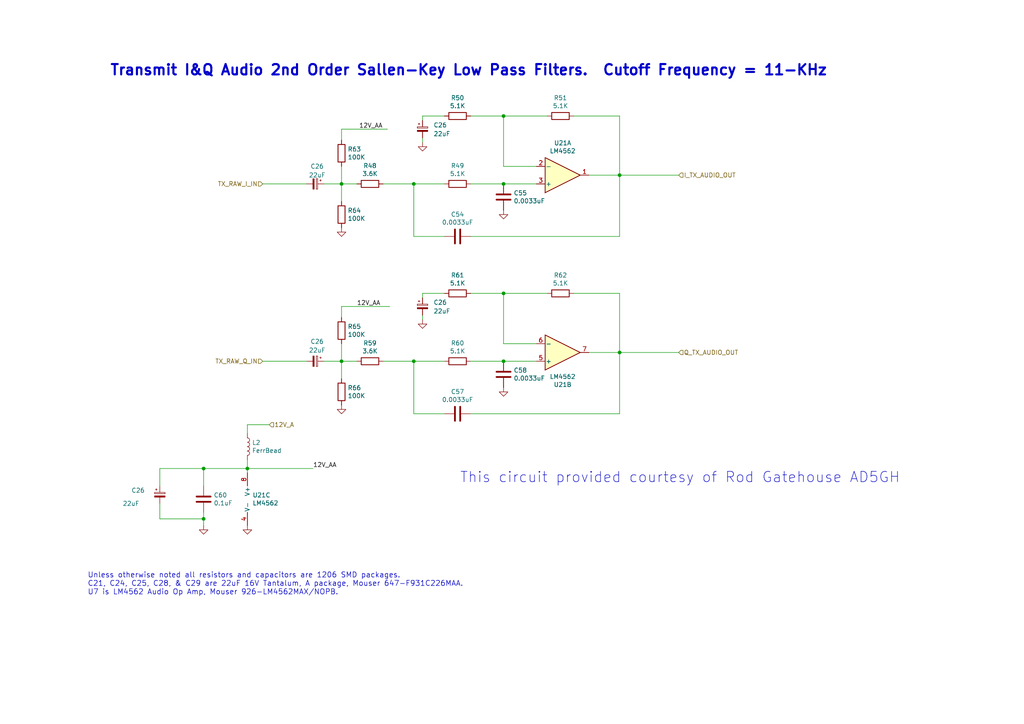
<source format=kicad_sch>
(kicad_sch (version 20230121) (generator eeschema)
  (paper "A4")
  (title_block (title "Sallen Key Low Pass Filters") (date "2023-03-16"))
  (lib_symbols
    (symbol "Amplifier_Operational:LM4562" (pin_names (offset 0.127))
      (property "Reference" "U" (at 0 5.08 0))
      (property "Value" "LM4562" (at 0 -5.08 0))
      (symbol "LM4562_1_1"
        (polyline (pts (xy -5.08 5.08) (xy 5.08 0) (xy -5.08 -5.08) (xy -5.08 5.08)) (stroke (width 0.254)) (fill (type background)))
        (pin output line (at 7.62 0 180) (length 2.54) (name "~") (number "1"))
        (pin input line (at -7.62 -2.54 0) (length 2.54) (name "-") (number "2"))
        (pin input line (at -7.62 2.54 0) (length 2.54) (name "+") (number "3"))
      )
      (symbol "LM4562_2_1"
        (polyline (pts (xy -5.08 5.08) (xy 5.08 0) (xy -5.08 -5.08) (xy -5.08 5.08)) (stroke (width 0.254)) (fill (type background)))
        (pin input line (at -7.62 2.54 0) (length 2.54) (name "+") (number "5"))
        (pin input line (at -7.62 -2.54 0) (length 2.54) (name "-") (number "6"))
        (pin output line (at 7.62 0 180) (length 2.54) (name "~") (number "7"))
      )
      (symbol "LM4562_3_1"
        (pin power_in line (at -2.54 -7.62 90) (length 3.81) (name "V-") (number "4"))
        (pin power_in line (at -2.54 7.62 270) (length 3.81) (name "V+") (number "8"))
      )
    )
    (symbol "Device:C" (pin_numbers hide) (pin_names (offset 0.254))
      (property "Reference" "C" (at 0.635 2.54 0))
      (property "Value" "C" (at 0.635 -2.54 0))
      (symbol "C_0_1"
        (polyline (pts (xy -2.032 -0.762) (xy 2.032 -0.762)) (stroke (width 0.508)))
        (polyline (pts (xy -2.032 0.762) (xy 2.032 0.762)) (stroke (width 0.508)))
      )
      (symbol "C_1_1"
        (pin passive line (at 0 3.81 270) (length 2.794) (name "~") (number "1"))
        (pin passive line (at 0 -3.81 90) (length 2.794) (name "~") (number "2"))
      )
    )
    (symbol "Device:C_Polarized_Small" (pin_numbers hide) (pin_names (offset 0.254) hide)
      (property "Reference" "C" (at 0.254 1.778 0))
      (property "Value" "C_Polarized_Small" (at 0.254 -2.032 0))
      (symbol "C_Polarized_Small_0_1"
        (rectangle (start -1.524 -0.3048) (end 1.524 -0.6858) (fill (type outline)))
        (rectangle (start -1.524 0.6858) (end 1.524 0.3048))
        (polyline (pts (xy -1.27 1.524) (xy -0.762 1.524)))
        (polyline (pts (xy -1.016 1.27) (xy -1.016 1.778)))
      )
      (symbol "C_Polarized_Small_1_1"
        (pin passive line (at 0 2.54 270) (length 1.8542) (name "~") (number "1"))
        (pin passive line (at 0 -2.54 90) (length 1.8542) (name "~") (number "2"))
      )
    )
    (symbol "Device:L" (pin_numbers hide) (pin_names (offset 1.016) hide)
      (property "Reference" "L" (at -1.27 0 90))
      (property "Value" "L" (at 1.905 0 90))
      (symbol "L_0_1"
        (arc (start 0 -2.54) (mid 0.6323 -1.905) (end 0 -1.27))
        (arc (start 0 -1.27) (mid 0.6323 -0.635) (end 0 0))
        (arc (start 0 0) (mid 0.6323 0.635) (end 0 1.27))
        (arc (start 0 1.27) (mid 0.6323 1.905) (end 0 2.54))
      )
      (symbol "L_1_1"
        (pin passive line (at 0 3.81 270) (length 1.27) (name "1") (number "1"))
        (pin passive line (at 0 -3.81 90) (length 1.27) (name "2") (number "2"))
      )
    )
    (symbol "Device:R" (pin_numbers hide) (pin_names (offset 0))
      (property "Reference" "R" (at 2.032 0 90))
      (property "Value" "R" (at 0 0 90))
      (symbol "R_0_1"
        (rectangle (start -1.016 -2.54) (end 1.016 2.54) (stroke (width 0.254)))
      )
      (symbol "R_1_1"
        (pin passive line (at 0 3.81 270) (length 1.27) (name "~") (number "1"))
        (pin passive line (at 0 -3.81 90) (length 1.27) (name "~") (number "2"))
      )
    )
    (symbol "power:GND" (power) (pin_names (offset 0))
      (property "Value" "GND" (at 0 -3.81 0))
      (symbol "GND_0_1"
        (polyline (pts (xy 0 0) (xy 0 -1.27) (xy 1.27 -1.27) (xy 0 -2.54) (xy -1.27 -1.27) (xy 0 -1.27)))
      )
      (symbol "GND_1_1"
        (pin power_in line (at 0 0 270) (length 0) hide (name "GND") (number "1"))
      )
    )
  )
  (junction (at 99.06 53.34))
  (junction (at 71.755 135.89))
  (junction (at 99.06 104.775))
  (junction (at 146.05 85.09))
  (junction (at 120.015 104.775))
  (junction (at 146.05 104.775))
  (junction (at 179.705 102.235))
  (junction (at 120.015 53.34))
  (junction (at 179.705 50.8))
  (junction (at 146.05 53.34))
  (junction (at 59.055 135.89))
  (junction (at 59.055 150.495))
  (junction (at 146.05 33.655))
  (wire (pts (xy 46.355 135.89) (xy 59.055 135.89)))
  (wire (pts (xy 122.555 85.09) (xy 122.555 86.36)))
  (wire (pts (xy 122.555 33.655) (xy 122.555 34.925)))
  (wire (pts (xy 99.06 37.465) (xy 112.395 37.465)))
  (wire (pts (xy 71.755 133.35) (xy 71.755 135.89)))
  (wire (pts (xy 93.98 53.34) (xy 99.06 53.34)))
  (wire (pts (xy 99.06 58.42) (xy 99.06 53.34)))
  (wire (pts (xy 111.125 104.775) (xy 120.015 104.775)))
  (wire (pts (xy 120.015 120.015) (xy 128.905 120.015)))
  (wire (pts (xy 99.06 88.9) (xy 113.03 88.9)))
  (wire (pts (xy 71.755 123.19) (xy 78.105 123.19)))
  (wire (pts (xy 46.355 146.05) (xy 46.355 150.495)))
  (wire (pts (xy 179.705 85.09) (xy 179.705 102.235)))
  (wire (pts (xy 99.06 48.26) (xy 99.06 53.34)))
  (wire (pts (xy 120.015 104.775) (xy 128.905 104.775)))
  (wire (pts (xy 136.525 104.775) (xy 146.05 104.775)))
  (wire (pts (xy 146.05 99.695) (xy 155.575 99.695)))
  (wire (pts (xy 59.055 140.97) (xy 59.055 135.89)))
  (wire (pts (xy 179.705 102.235) (xy 196.85 102.235)))
  (wire (pts (xy 146.05 53.34) (xy 155.575 53.34)))
  (wire (pts (xy 179.705 33.655) (xy 179.705 50.8)))
  (wire (pts (xy 71.755 135.89) (xy 90.805 135.89)))
  (wire (pts (xy 122.555 91.44) (xy 122.555 92.71)))
  (wire (pts (xy 120.015 53.34) (xy 120.015 68.58)))
  (wire (pts (xy 120.015 53.34) (xy 128.905 53.34)))
  (wire (pts (xy 99.06 92.075) (xy 99.06 88.9)))
  (wire (pts (xy 46.355 140.97) (xy 46.355 135.89)))
  (wire (pts (xy 99.06 53.34) (xy 103.505 53.34)))
  (wire (pts (xy 59.055 150.495) (xy 59.055 152.4)))
  (wire (pts (xy 146.05 33.655) (xy 146.05 48.26)))
  (wire (pts (xy 120.015 104.775) (xy 120.015 120.015)))
  (wire (pts (xy 59.055 148.59) (xy 59.055 150.495)))
  (wire (pts (xy 76.2 104.775) (xy 88.9 104.775)))
  (wire (pts (xy 71.755 123.19) (xy 71.755 125.73)))
  (wire (pts (xy 136.525 53.34) (xy 146.05 53.34)))
  (wire (pts (xy 99.06 109.855) (xy 99.06 104.775)))
  (wire (pts (xy 166.37 33.655) (xy 179.705 33.655)))
  (wire (pts (xy 146.05 85.09) (xy 146.05 99.695)))
  (wire (pts (xy 120.015 68.58) (xy 128.905 68.58)))
  (wire (pts (xy 122.555 40.005) (xy 122.555 41.275)))
  (wire (pts (xy 111.125 53.34) (xy 120.015 53.34)))
  (wire (pts (xy 158.75 85.09) (xy 146.05 85.09)))
  (wire (pts (xy 166.37 85.09) (xy 179.705 85.09)))
  (wire (pts (xy 99.06 40.64) (xy 99.06 37.465)))
  (wire (pts (xy 179.705 102.235) (xy 170.815 102.235)))
  (wire (pts (xy 76.2 53.34) (xy 88.9 53.34)))
  (wire (pts (xy 136.525 120.015) (xy 179.705 120.015)))
  (wire (pts (xy 179.705 50.8) (xy 170.815 50.8)))
  (wire (pts (xy 93.98 104.775) (xy 99.06 104.775)))
  (wire (pts (xy 136.525 68.58) (xy 179.705 68.58)))
  (wire (pts (xy 128.905 85.09) (xy 122.555 85.09)))
  (wire (pts (xy 46.355 150.495) (xy 59.055 150.495)))
  (wire (pts (xy 158.75 33.655) (xy 146.05 33.655)))
  (wire (pts (xy 179.705 120.015) (xy 179.705 102.235)))
  (wire (pts (xy 128.905 33.655) (xy 122.555 33.655)))
  (wire (pts (xy 99.06 99.695) (xy 99.06 104.775)))
  (wire (pts (xy 179.705 68.58) (xy 179.705 50.8)))
  (wire (pts (xy 59.055 135.89) (xy 71.755 135.89)))
  (wire (pts (xy 136.525 85.09) (xy 146.05 85.09)))
  (wire (pts (xy 146.05 48.26) (xy 155.575 48.26)))
  (wire (pts (xy 136.525 33.655) (xy 146.05 33.655)))
  (wire (pts (xy 71.755 135.89) (xy 71.755 137.16)))
  (wire (pts (xy 99.06 104.775) (xy 103.505 104.775)))
  (wire (pts (xy 179.705 50.8) (xy 196.85 50.8)))
  (wire (pts (xy 146.05 104.775) (xy 155.575 104.775)))
  (text "This circuit provided courtesy of Rod Gatehouse AD5GH" (at 133.35 140.335 0) (effects (font (size 3 3)) (justify left bottom)))
  (text "Unless otherwise noted all resistors and capacitors are 1206 SMD packages.\nC21, C24, C25, C28, & C29 are 22uF 16V Tantalum, A package, Mouser 647-F931C226MAA.\nU7 is LM4562 Audio Op Amp, Mouser 926-LM4562MAX/NOPB." (at 25.4 172.72 0) (effects (font (size 1.524 1.524)) (justify left bottom)))
  (text "Transmit I&Q Audio 2nd Order Sallen-Key Low Pass Filters.  Cutoff Frequency = 11-KHz" (at 31.75 22.225 0) (effects (font (size 3 3) (thickness 0.6) bold) (justify left bottom)))
  (label "12V_AA" (at 90.805 135.89 0))
  (label "12V_AA" (at 104.14 37.465 0))
  (label "12V_AA" (at 103.505 88.9 0))
  (hierarchical_label "TX_RAW_Q_IN" (shape input) (at 76.2 104.775 180))
  (hierarchical_label "Q_TX_AUDIO_OUT" (shape input) (at 196.85 102.235 0))
  (hierarchical_label "I_TX_AUDIO_OUT" (shape input) (at 196.85 50.8 0))
  (hierarchical_label "TX_RAW_I_IN" (shape input) (at 76.2 53.34 180))
  (hierarchical_label "12V_A" (shape input) (at 78.105 123.19 0))
  (symbol (lib_id "Amplifier_Operational:LM4562") (at 163.195 50.8 0) (mirror x) (unit 1)
    (property "Reference" "U21" (at 163.195 41.4782 0))
    (property "Value" "LM4562" (at 163.195 43.7896 0))
    (property "Footprint" "Package_SO:SOIC-8_3.9x4.9mm_P1.27mm" (effects hide))
    (property "Datasheet" "http://www.ti.com/lit/ds/symlink/lm4562.pdf" (effects hide))
    (instances (project "" (path "" (reference "U21") (unit 1))) (project "sdt_qse_1496" (path "" (reference "U4") (unit 1))))
  )
  (symbol (lib_id "Amplifier_Operational:LM4562") (at 163.195 102.235 0) (mirror x) (unit 2)
    (property "Reference" "U21" (at 163.195 111.5568 0))
    (property "Value" "LM4562" (at 163.195 109.2454 0))
    (property "Footprint" "Package_SO:SOIC-8_3.9x4.9mm_P1.27mm" (effects hide))
    (property "Datasheet" "http://www.ti.com/lit/ds/symlink/lm4562.pdf" (effects hide))
    (instances (project "" (path "" (reference "U21") (unit 2))) (project "sdt_qse_1496" (path "" (reference "U4") (unit 2))))
  )
  (symbol (lib_id "Device:R") (at 107.315 53.34 270) (unit 1)
    (property "Reference" "R48" (at 107.315 48.0822 90))
    (property "Value" "3.6K" (at 107.315 50.3936 90))
    (property "Footprint" "Resistor_SMD:R_1206_3216Metric" (effects hide))
    (instances (project "" (path "" (reference "R48") (unit 1))) (project "sdt_qse_1496" (path "" (reference "R43") (unit 1))))
  )
  (symbol (lib_id "Device:R") (at 132.715 53.34 270) (unit 1)
    (property "Reference" "R49" (at 132.715 48.0822 90))
    (property "Value" "5.1K" (at 132.715 50.3936 90))
    (property "Footprint" "Resistor_SMD:R_1206_3216Metric" (effects hide))
    (instances (project "" (path "" (reference "R49") (unit 1))) (project "sdt_qse_1496" (path "" (reference "R48") (unit 1))))
  )
  (symbol (lib_id "Device:C") (at 132.715 68.58 270) (unit 1)
    (property "Reference" "C54" (at 132.715 62.1792 90))
    (property "Value" "0.0033uF" (at 132.715 64.4906 90))
    (property "Footprint" "Capacitor_SMD:C_1206_3216Metric" (effects hide))
    (instances (project "" (path "" (reference "C54") (unit 1))) (project "sdt_qse_1496" (path "" (reference "C33") (unit 1))))
  )
  (symbol (lib_id "Device:C") (at 146.05 57.15 0) (unit 1)
    (property "Reference" "C55" (at 148.971 55.9816 0) (effects (justify left)))
    (property "Value" "0.0033uF" (at 148.971 58.293 0) (effects (justify left)))
    (property "Footprint" "Capacitor_SMD:C_1206_3216Metric" (effects hide))
    (instances (project "" (path "" (reference "C55") (unit 1))) (project "sdt_qse_1496" (path "" (reference "C35") (unit 1))))
  )
  (symbol (lib_id "power:GND") (at 146.05 60.96 0) (unit 1)
    (property "Reference" "#PWR?" (effects hide))
    (property "Value" "GND" (effects hide))
    (instances (project "" (path "" (reference "#PWR?") (unit 1))) (project "sdt_qse_1496" (path "" (reference "#PWR017") (unit 1))))
  )
  (symbol (lib_id "Device:R") (at 162.56 33.655 270) (unit 1)
    (property "Reference" "R51" (at 162.56 28.3972 90))
    (property "Value" "5.1K" (at 162.56 30.7086 90))
    (property "Footprint" "Resistor_SMD:R_1206_3216Metric" (effects hide))
    (instances (project "" (path "" (reference "R51") (unit 1))) (project "sdt_qse_1496" (path "" (reference "R53") (unit 1))))
  )
  (symbol (lib_id "Device:R") (at 132.715 33.655 270) (unit 1)
    (property "Reference" "R50" (at 132.715 28.3972 90))
    (property "Value" "5.1K" (at 132.715 30.7086 90))
    (property "Footprint" "Resistor_SMD:R_1206_3216Metric" (effects hide))
    (instances (project "" (path "" (reference "R50") (unit 1))) (project "sdt_qse_1496" (path "" (reference "R47") (unit 1))))
  )
  (symbol (lib_id "power:GND") (at 122.555 41.275 0) (unit 1)
    (property "Reference" "#PWR?" (effects hide))
    (property "Value" "GND" (effects hide))
    (instances (project "" (path "" (reference "#PWR?") (unit 1))) (project "sdt_qse_1496" (path "" (reference "#PWR014") (unit 1))))
  )
  (symbol (lib_id "Amplifier_Operational:LM4562") (at 74.295 144.78 0) (unit 3)
    (property "Reference" "U21" (at 73.2282 143.6116 0) (effects (justify left)))
    (property "Value" "LM4562" (at 73.2282 145.923 0) (effects (justify left)))
    (property "Footprint" "Package_SO:SOIC-8_3.9x4.9mm_P1.27mm" (effects hide))
    (property "Datasheet" "http://www.ti.com/lit/ds/symlink/lm4562.pdf" (effects hide))
    (instances (project "" (path "" (reference "U21") (unit 3))) (project "sdt_qse_1496" (path "" (reference "U4") (unit 3))))
  )
  (symbol (lib_id "Device:R") (at 107.315 104.775 270) (unit 1)
    (property "Reference" "R59" (at 107.315 99.5172 90))
    (property "Value" "3.6K" (at 107.315 101.8286 90))
    (property "Footprint" "Resistor_SMD:R_1206_3216Metric" (effects hide))
    (instances (project "" (path "" (reference "R59") (unit 1))) (project "sdt_qse_1496" (path "" (reference "R45") (unit 1))))
  )
  (symbol (lib_id "Device:R") (at 132.715 104.775 270) (unit 1)
    (property "Reference" "R60" (at 132.715 99.5172 90))
    (property "Value" "5.1K" (at 132.715 101.8286 90))
    (property "Footprint" "Resistor_SMD:R_1206_3216Metric" (effects hide))
    (instances (project "" (path "" (reference "R60") (unit 1))) (project "sdt_qse_1496" (path "" (reference "R52") (unit 1))))
  )
  (symbol (lib_id "Device:C") (at 132.715 120.015 270) (unit 1)
    (property "Reference" "C57" (at 132.715 113.6142 90))
    (property "Value" "0.0033uF" (at 132.715 115.9256 90))
    (property "Footprint" "Capacitor_SMD:C_1206_3216Metric" (effects hide))
    (instances (project "" (path "" (reference "C57") (unit 1))) (project "sdt_qse_1496" (path "" (reference "C34") (unit 1))))
  )
  (symbol (lib_id "Device:C") (at 146.05 108.585 0) (unit 1)
    (property "Reference" "C58" (at 148.971 107.4166 0) (effects (justify left)))
    (property "Value" "0.0033uF" (at 148.971 109.728 0) (effects (justify left)))
    (property "Footprint" "Capacitor_SMD:C_1206_3216Metric" (effects hide))
    (instances (project "" (path "" (reference "C58") (unit 1))) (project "sdt_qse_1496" (path "" (reference "C36") (unit 1))))
  )
  (symbol (lib_id "power:GND") (at 146.05 112.395 0) (unit 1)
    (property "Reference" "#PWR?" (effects hide))
    (property "Value" "GND" (effects hide))
    (instances (project "" (path "" (reference "#PWR?") (unit 1))) (project "sdt_qse_1496" (path "" (reference "#PWR018") (unit 1))))
  )
  (symbol (lib_id "Device:R") (at 162.56 85.09 270) (unit 1)
    (property "Reference" "R62" (at 162.56 79.8322 90))
    (property "Value" "5.1K" (at 162.56 82.1436 90))
    (property "Footprint" "Resistor_SMD:R_1206_3216Metric" (effects hide))
    (instances (project "" (path "" (reference "R62") (unit 1))) (project "sdt_qse_1496" (path "" (reference "R54") (unit 1))))
  )
  (symbol (lib_id "Device:R") (at 132.715 85.09 270) (unit 1)
    (property "Reference" "R61" (at 132.715 79.8322 90))
    (property "Value" "5.1K" (at 132.715 82.1436 90))
    (property "Footprint" "Resistor_SMD:R_1206_3216Metric" (effects hide))
    (instances (project "" (path "" (reference "R61") (unit 1))) (project "sdt_qse_1496" (path "" (reference "R51") (unit 1))))
  )
  (symbol (lib_id "power:GND") (at 122.555 92.71 0) (unit 1)
    (property "Reference" "#PWR?" (effects hide))
    (property "Value" "GND" (effects hide))
    (instances (project "" (path "" (reference "#PWR?") (unit 1))) (project "sdt_qse_1496" (path "" (reference "#PWR015") (unit 1))))
  )
  (symbol (lib_id "power:GND") (at 71.755 152.4 0) (unit 1)
    (property "Reference" "#PWR?" (effects hide))
    (property "Value" "GND" (effects hide))
    (instances (project "" (path "" (reference "#PWR?") (unit 1))) (project "sdt_qse_1496" (path "" (reference "#PWR09") (unit 1))))
  )
  (symbol (lib_id "Device:L") (at 71.755 129.54 0) (unit 1)
    (property "Reference" "L2" (at 73.1012 128.3716 0) (effects (justify left)))
    (property "Value" "FerrBead" (at 73.1012 130.683 0) (effects (justify left)))
    (property "Footprint" "Inductor_SMD:L_1206_3216Metric" (effects hide))
    (instances (project "" (path "" (reference "L2") (unit 1))) (project "sdt_qse_1496" (path "" (reference "L1") (unit 1))))
  )
  (symbol (lib_id "Device:C") (at 59.055 144.78 0) (unit 1)
    (property "Reference" "C60" (at 61.976 143.6116 0) (effects (justify left)))
    (property "Value" "0.1uF" (at 61.976 145.923 0) (effects (justify left)))
    (property "Footprint" "Capacitor_SMD:C_1206_3216Metric" (effects hide))
    (instances (project "" (path "" (reference "C60") (unit 1))) (project "sdt_qse_1496" (path "" (reference "C25") (unit 1))))
  )
  (symbol (lib_id "power:GND") (at 59.055 152.4 0) (unit 1)
    (property "Reference" "#PWR?" (effects hide))
    (property "Value" "GND" (effects hide))
    (instances (project "" (path "" (reference "#PWR?") (unit 1))) (project "sdt_qse_1496" (path "" (reference "#PWR08") (unit 1))))
  )
  (symbol (lib_id "Device:R") (at 99.06 44.45 0) (unit 1)
    (property "Reference" "R63" (at 100.838 43.2816 0) (effects (justify left)))
    (property "Value" "100K" (at 100.838 45.593 0) (effects (justify left)))
    (property "Footprint" "Resistor_SMD:R_1206_3216Metric" (effects hide))
    (instances (project "" (path "" (reference "R63") (unit 1))) (project "sdt_qse_1496" (path "" (reference "R32") (unit 1))))
  )
  (symbol (lib_id "Device:R") (at 99.06 62.23 0) (unit 1)
    (property "Reference" "R64" (at 100.838 61.0616 0) (effects (justify left)))
    (property "Value" "100K" (at 100.838 63.373 0) (effects (justify left)))
    (property "Footprint" "Resistor_SMD:R_1206_3216Metric" (effects hide))
    (instances (project "" (path "" (reference "R64") (unit 1))) (project "sdt_qse_1496" (path "" (reference "R34") (unit 1))))
  )
  (symbol (lib_id "power:GND") (at 99.06 66.04 0) (unit 1)
    (property "Reference" "#PWR?" (effects hide))
    (property "Value" "GND" (effects hide))
    (instances (project "" (path "" (reference "#PWR?") (unit 1))) (project "sdt_qse_1496" (path "" (reference "#PWR012") (unit 1))))
  )
  (symbol (lib_id "Device:R") (at 99.06 95.885 0) (unit 1)
    (property "Reference" "R65" (at 100.838 94.7166 0) (effects (justify left)))
    (property "Value" "100K" (at 100.838 97.028 0) (effects (justify left)))
    (property "Footprint" "Resistor_SMD:R_1206_3216Metric" (effects hide))
    (instances (project "" (path "" (reference "R65") (unit 1))) (project "sdt_qse_1496" (path "" (reference "R35") (unit 1))))
  )
  (symbol (lib_id "Device:R") (at 99.06 113.665 0) (unit 1)
    (property "Reference" "R66" (at 100.838 112.4966 0) (effects (justify left)))
    (property "Value" "100K" (at 100.838 114.808 0) (effects (justify left)))
    (property "Footprint" "Resistor_SMD:R_1206_3216Metric" (effects hide))
    (instances (project "" (path "" (reference "R66") (unit 1))) (project "sdt_qse_1496" (path "" (reference "R41") (unit 1))))
  )
  (symbol (lib_id "power:GND") (at 99.06 117.475 0) (unit 1)
    (property "Reference" "#PWR?" (effects hide))
    (property "Value" "GND" (effects hide))
    (instances (project "" (path "" (reference "#PWR?") (unit 1))) (project "sdt_qse_1496" (path "" (reference "#PWR013") (unit 1))))
  )
  (symbol (lib_id "Device:C_Polarized_Small") (at 46.355 143.51 0) (unit 1)
    (property "Reference" "C26" (at 38.1 142.24 0) (effects (justify left)))
    (property "Value" "22uF" (at 35.56 146.05 0) (effects (justify left)))
    (property "Footprint" "Capacitor_SMD:C_1206_3216Metric" (effects hide))
    (instances (project "sdt_qse_1496" (path "" (reference "C26") (unit 1)) (path "" (reference "C41") (unit 1))))
  )
  (symbol (lib_id "Device:C_Polarized_Small") (at 122.555 37.465 0) (unit 1)
    (property "Reference" "C26" (at 125.73 36.2839 0) (effects (justify left)))
    (property "Value" "22uF" (at 125.73 38.8239 0) (effects (justify left)))
    (property "Footprint" "Capacitor_SMD:C_1206_3216Metric" (effects hide))
    (instances (project "sdt_qse_1496" (path "" (reference "C26") (unit 1)) (path "" (reference "C37") (unit 1))))
  )
  (symbol (lib_id "Device:C_Polarized_Small") (at 122.555 88.9 0) (unit 1)
    (property "Reference" "C26" (at 125.73 87.7189 0) (effects (justify left)))
    (property "Value" "22uF" (at 125.73 90.2589 0) (effects (justify left)))
    (property "Footprint" "Capacitor_SMD:C_1206_3216Metric" (effects hide))
    (instances (project "sdt_qse_1496" (path "" (reference "C26") (unit 1)) (path "" (reference "C38") (unit 1))))
  )
  (symbol (lib_id "Device:C_Polarized_Small") (at 91.44 53.34 270) (unit 1)
    (property "Reference" "C26" (at 91.9861 48.26 90))
    (property "Value" "22uF" (at 91.9861 50.8 90))
    (property "Footprint" "Capacitor_SMD:C_1206_3216Metric" (effects hide))
    (instances (project "sdt_qse_1496" (path "" (reference "C26") (unit 1)) (path "" (reference "C39") (unit 1))))
  )
  (symbol (lib_id "Device:C_Polarized_Small") (at 91.44 104.775 270) (unit 1)
    (property "Reference" "C26" (at 91.9861 99.06 90))
    (property "Value" "22uF" (at 91.9861 101.6 90))
    (property "Footprint" "Capacitor_SMD:C_1206_3216Metric" (effects hide))
    (instances (project "sdt_qse_1496" (path "" (reference "C26") (unit 1)) (path "" (reference "C40") (unit 1))))
  )
)
</source>
